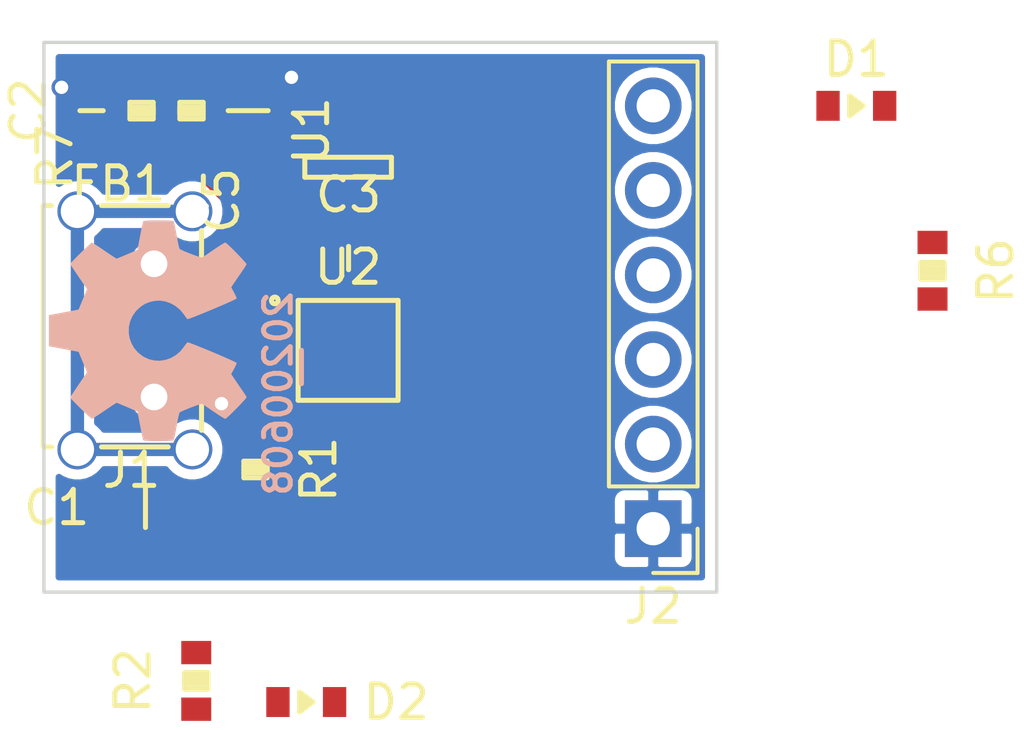
<source format=kicad_pcb>
(kicad_pcb (version 20171130) (host pcbnew 5.1.6-c6e7f7d~86~ubuntu19.10.1)

  (general
    (thickness 1.6)
    (drawings 4)
    (tracks 69)
    (zones 0)
    (modules 17)
    (nets 17)
  )

  (page A4)
  (layers
    (0 F.Cu signal)
    (31 B.Cu signal)
    (32 B.Adhes user)
    (33 F.Adhes user)
    (34 B.Paste user)
    (35 F.Paste user)
    (36 B.SilkS user)
    (37 F.SilkS user)
    (38 B.Mask user)
    (39 F.Mask user)
    (40 Dwgs.User user)
    (41 Cmts.User user)
    (42 Eco1.User user)
    (43 Eco2.User user)
    (44 Edge.Cuts user)
    (45 Margin user)
    (46 B.CrtYd user)
    (47 F.CrtYd user)
    (48 B.Fab user)
    (49 F.Fab user)
  )

  (setup
    (last_trace_width 0.6)
    (user_trace_width 0.1524)
    (user_trace_width 0.2)
    (user_trace_width 0.3)
    (user_trace_width 0.4)
    (user_trace_width 0.6)
    (user_trace_width 1)
    (user_trace_width 1.5)
    (user_trace_width 2)
    (trace_clearance 0.1524)
    (zone_clearance 0.508)
    (zone_45_only no)
    (trace_min 0.1524)
    (via_size 0.381)
    (via_drill 0.254)
    (via_min_size 0.381)
    (via_min_drill 0.254)
    (user_via 0.4 0.254)
    (user_via 0.6 0.4)
    (user_via 0.8 0.6)
    (user_via 1 0.8)
    (user_via 1.3 1)
    (user_via 1.5 1.2)
    (user_via 1.7 1.4)
    (user_via 1.9 1.6)
    (uvia_size 0.381)
    (uvia_drill 0.254)
    (uvias_allowed no)
    (uvia_min_size 0.381)
    (uvia_min_drill 0.254)
    (edge_width 0.15)
    (segment_width 0.2)
    (pcb_text_width 0.3)
    (pcb_text_size 1.5 1.5)
    (mod_edge_width 0.15)
    (mod_text_size 1 1)
    (mod_text_width 0.15)
    (pad_size 1.524 1.524)
    (pad_drill 0.762)
    (pad_to_mask_clearance 0.1)
    (solder_mask_min_width 0.05)
    (pad_to_paste_clearance_ratio -0.15)
    (aux_axis_origin 0 0)
    (visible_elements FFFFFF7F)
    (pcbplotparams
      (layerselection 0x010fc_ffffffff)
      (usegerberextensions true)
      (usegerberattributes false)
      (usegerberadvancedattributes false)
      (creategerberjobfile false)
      (excludeedgelayer true)
      (linewidth 0.100000)
      (plotframeref false)
      (viasonmask false)
      (mode 1)
      (useauxorigin false)
      (hpglpennumber 1)
      (hpglpenspeed 20)
      (hpglpendiameter 15.000000)
      (psnegative false)
      (psa4output false)
      (plotreference true)
      (plotvalue true)
      (plotinvisibletext false)
      (padsonsilk false)
      (subtractmaskfromsilk false)
      (outputformat 1)
      (mirror false)
      (drillshape 0)
      (scaleselection 1)
      (outputdirectory "OSH_Park_2_layer_plots"))
  )

  (net 0 "")
  (net 1 /VSS)
  (net 2 "Net-(C1-Pad1)")
  (net 3 /VBUS)
  (net 4 /VDD)
  (net 5 "Net-(J1-Pad4)")
  (net 6 /USB_DP)
  (net 7 /USB_DM)
  (net 8 /CTSI)
  (net 9 /TXO)
  (net 10 /RXI)
  (net 11 /RTSO)
  (net 12 "Net-(D1-Pad2)")
  (net 13 "Net-(FB1-Pad2)")
  (net 14 "Net-(D2-Pad2)")
  (net 15 /ACT)
  (net 16 /V3)

  (net_class Default "This is the default net class."
    (clearance 0.1524)
    (trace_width 0.1524)
    (via_dia 0.381)
    (via_drill 0.254)
    (uvia_dia 0.381)
    (uvia_drill 0.254)
    (add_net /ACT)
    (add_net /CTSI)
    (add_net /RTSO)
    (add_net /RXI)
    (add_net /TXO)
    (add_net /USB_DM)
    (add_net /USB_DP)
    (add_net /V3)
    (add_net /VBUS)
    (add_net /VDD)
    (add_net /VSS)
    (add_net "Net-(C1-Pad1)")
    (add_net "Net-(D1-Pad2)")
    (add_net "Net-(D2-Pad2)")
    (add_net "Net-(FB1-Pad2)")
    (add_net "Net-(J1-Pad4)")
  )

  (module SquantorRcl:C_0603 (layer F.Cu) (tedit 5D4422AA) (tstamp 5C9AEA58)
    (at 142.4 84.6 90)
    (descr "Capacitor SMD 0603, reflow soldering, AVX (see smccp.pdf)")
    (tags "capacitor 0603")
    (path /5C931872)
    (attr smd)
    (fp_text reference C2 (at 0 -1.9 90) (layer F.SilkS)
      (effects (font (size 1 1) (thickness 0.15)))
    )
    (fp_text value 100n (at 0 1.9 90) (layer F.Fab)
      (effects (font (size 1 1) (thickness 0.15)))
    )
    (fp_line (start -0.8 0.4) (end -0.8 -0.4) (layer F.Fab) (width 0.1))
    (fp_line (start 0.8 0.4) (end -0.8 0.4) (layer F.Fab) (width 0.1))
    (fp_line (start 0.8 -0.4) (end 0.8 0.4) (layer F.Fab) (width 0.1))
    (fp_line (start -0.8 -0.4) (end 0.8 -0.4) (layer F.Fab) (width 0.1))
    (fp_line (start -1.4 -0.7) (end 1.4 -0.7) (layer F.CrtYd) (width 0.05))
    (fp_line (start -1.4 0.7) (end 1.4 0.7) (layer F.CrtYd) (width 0.05))
    (fp_line (start -1.4 -0.7) (end -1.4 0.7) (layer F.CrtYd) (width 0.05))
    (fp_line (start 1.4 -0.7) (end 1.4 0.7) (layer F.CrtYd) (width 0.05))
    (fp_line (start 0 -0.35) (end 0 0.35) (layer F.SilkS) (width 0.15))
    (pad 2 smd rect (at 0.75 0 90) (size 0.8 0.9) (layers F.Cu F.Paste F.Mask)
      (net 1 /VSS))
    (pad 1 smd rect (at -0.75 0 90) (size 0.8 0.9) (layers F.Cu F.Paste F.Mask)
      (net 3 /VBUS))
    (model ${KISYS3DMOD}/Capacitor_SMD.3dshapes/C_0603_1608Metric.step
      (at (xyz 0 0 0))
      (scale (xyz 1 1 1))
      (rotate (xyz 0 0 0))
    )
  )

  (module Connector_PinHeader_2.54mm:PinHeader_1x06_P2.54mm_Vertical (layer F.Cu) (tedit 59FED5CC) (tstamp 5EDEB587)
    (at 159.258 97.155 180)
    (descr "Through hole straight pin header, 1x06, 2.54mm pitch, single row")
    (tags "Through hole pin header THT 1x06 2.54mm single row")
    (path /5C99F5E1)
    (fp_text reference J2 (at 0 -2.33) (layer F.SilkS)
      (effects (font (size 1 1) (thickness 0.15)))
    )
    (fp_text value FTDI_PINS_1X06_input (at 0 15.03) (layer F.Fab)
      (effects (font (size 1 1) (thickness 0.15)))
    )
    (fp_text user %R (at 0 6.35 90) (layer F.Fab)
      (effects (font (size 1 1) (thickness 0.15)))
    )
    (fp_line (start -0.635 -1.27) (end 1.27 -1.27) (layer F.Fab) (width 0.1))
    (fp_line (start 1.27 -1.27) (end 1.27 13.97) (layer F.Fab) (width 0.1))
    (fp_line (start 1.27 13.97) (end -1.27 13.97) (layer F.Fab) (width 0.1))
    (fp_line (start -1.27 13.97) (end -1.27 -0.635) (layer F.Fab) (width 0.1))
    (fp_line (start -1.27 -0.635) (end -0.635 -1.27) (layer F.Fab) (width 0.1))
    (fp_line (start -1.33 14.03) (end 1.33 14.03) (layer F.SilkS) (width 0.12))
    (fp_line (start -1.33 1.27) (end -1.33 14.03) (layer F.SilkS) (width 0.12))
    (fp_line (start 1.33 1.27) (end 1.33 14.03) (layer F.SilkS) (width 0.12))
    (fp_line (start -1.33 1.27) (end 1.33 1.27) (layer F.SilkS) (width 0.12))
    (fp_line (start -1.33 0) (end -1.33 -1.33) (layer F.SilkS) (width 0.12))
    (fp_line (start -1.33 -1.33) (end 0 -1.33) (layer F.SilkS) (width 0.12))
    (fp_line (start -1.8 -1.8) (end -1.8 14.5) (layer F.CrtYd) (width 0.05))
    (fp_line (start -1.8 14.5) (end 1.8 14.5) (layer F.CrtYd) (width 0.05))
    (fp_line (start 1.8 14.5) (end 1.8 -1.8) (layer F.CrtYd) (width 0.05))
    (fp_line (start 1.8 -1.8) (end -1.8 -1.8) (layer F.CrtYd) (width 0.05))
    (pad 6 thru_hole oval (at 0 12.7 180) (size 1.7 1.7) (drill 1) (layers *.Cu *.Mask)
      (net 11 /RTSO))
    (pad 5 thru_hole oval (at 0 10.16 180) (size 1.7 1.7) (drill 1) (layers *.Cu *.Mask)
      (net 10 /RXI))
    (pad 4 thru_hole oval (at 0 7.62 180) (size 1.7 1.7) (drill 1) (layers *.Cu *.Mask)
      (net 9 /TXO))
    (pad 3 thru_hole oval (at 0 5.08 180) (size 1.7 1.7) (drill 1) (layers *.Cu *.Mask)
      (net 4 /VDD))
    (pad 2 thru_hole oval (at 0 2.54 180) (size 1.7 1.7) (drill 1) (layers *.Cu *.Mask)
      (net 8 /CTSI))
    (pad 1 thru_hole rect (at 0 0 180) (size 1.7 1.7) (drill 1) (layers *.Cu *.Mask)
      (net 1 /VSS))
    (model ${KISYS3DMOD}/Connector_PinHeader_2.54mm.3dshapes/PinHeader_1x06_P2.54mm_Vertical.wrl
      (at (xyz 0 0 0))
      (scale (xyz 1 1 1))
      (rotate (xyz 0 0 0))
    )
  )

  (module SquantorIC:MSOP-10 (layer F.Cu) (tedit 5C993A76) (tstamp 5EDD658C)
    (at 150.1 91.8)
    (path /5EDDAB79)
    (fp_text reference U2 (at 0 -2.5) (layer F.SilkS)
      (effects (font (size 1 1) (thickness 0.15)))
    )
    (fp_text value CH340E (at 0 2.6) (layer F.Fab)
      (effects (font (size 1 1) (thickness 0.15)))
    )
    (fp_line (start -3 1.8) (end -3 -1.8) (layer F.CrtYd) (width 0.05))
    (fp_line (start 3 1.8) (end -3 1.8) (layer F.CrtYd) (width 0.05))
    (fp_line (start 3 -1.8) (end 3 1.8) (layer F.CrtYd) (width 0.05))
    (fp_line (start -3 -1.8) (end 3 -1.8) (layer F.CrtYd) (width 0.05))
    (fp_circle (center -2.2 -1.5) (end -2.1 -1.5) (layer F.SilkS) (width 0.15))
    (fp_line (start -1.5 1.05) (end -2.5 1.05) (layer F.Fab) (width 0.1))
    (fp_line (start -2.5 0.95) (end -1.5 0.95) (layer F.Fab) (width 0.1))
    (fp_line (start -2.5 1.05) (end -2.5 0.95) (layer F.Fab) (width 0.1))
    (fp_line (start -1.5 0.55) (end -2.5 0.55) (layer F.Fab) (width 0.1))
    (fp_line (start -2.5 0.55) (end -2.5 0.45) (layer F.Fab) (width 0.1))
    (fp_line (start -2.5 0.45) (end -1.5 0.45) (layer F.Fab) (width 0.1))
    (fp_line (start -2.5 -1.05) (end -1.5 -1.05) (layer F.Fab) (width 0.1))
    (fp_line (start -1.5 -0.95) (end -2.5 -0.95) (layer F.Fab) (width 0.1))
    (fp_line (start -2.5 -0.95) (end -2.5 -1.05) (layer F.Fab) (width 0.1))
    (fp_line (start -2.5 -0.45) (end -2.5 -0.55) (layer F.Fab) (width 0.1))
    (fp_line (start -1.5 -0.45) (end -2.5 -0.45) (layer F.Fab) (width 0.1))
    (fp_line (start -2.5 -0.55) (end -1.5 -0.55) (layer F.Fab) (width 0.1))
    (fp_line (start -2.5 0.05) (end -2.5 -0.05) (layer F.Fab) (width 0.1))
    (fp_line (start -1.5 0.05) (end -2.5 0.05) (layer F.Fab) (width 0.1))
    (fp_line (start -2.5 -0.05) (end -1.5 -0.05) (layer F.Fab) (width 0.1))
    (fp_line (start 2.5 1.05) (end 1.5 1.05) (layer F.Fab) (width 0.1))
    (fp_line (start 2.5 0.95) (end 2.5 1.05) (layer F.Fab) (width 0.1))
    (fp_line (start 1.5 0.95) (end 2.5 0.95) (layer F.Fab) (width 0.1))
    (fp_line (start 2.5 0.45) (end 2.5 0.55) (layer F.Fab) (width 0.1))
    (fp_line (start 1.5 0.45) (end 2.5 0.45) (layer F.Fab) (width 0.1))
    (fp_line (start 2.5 0.55) (end 1.5 0.55) (layer F.Fab) (width 0.1))
    (fp_line (start 1.5 -1.05) (end 2.5 -1.05) (layer F.Fab) (width 0.1))
    (fp_line (start 2.5 -1.05) (end 2.5 -0.95) (layer F.Fab) (width 0.1))
    (fp_line (start 2.5 -0.95) (end 1.5 -0.95) (layer F.Fab) (width 0.1))
    (fp_line (start 1.5 -0.55) (end 2.5 -0.55) (layer F.Fab) (width 0.1))
    (fp_line (start 2.5 -0.45) (end 1.5 -0.45) (layer F.Fab) (width 0.1))
    (fp_line (start 2.5 -0.55) (end 2.5 -0.45) (layer F.Fab) (width 0.1))
    (fp_line (start -1.5 -1.5) (end 1.5 -1.5) (layer F.SilkS) (width 0.15))
    (fp_line (start 1.5 -1.5) (end 1.5 1.5) (layer F.SilkS) (width 0.15))
    (fp_line (start 1.5 1.5) (end -1.5 1.5) (layer F.SilkS) (width 0.15))
    (fp_line (start -1.5 1.5) (end -1.5 -1.5) (layer F.SilkS) (width 0.15))
    (fp_line (start 1.5 -0.05) (end 2.5 -0.05) (layer F.Fab) (width 0.1))
    (fp_line (start 2.5 -0.05) (end 2.5 0.05) (layer F.Fab) (width 0.1))
    (fp_line (start 2.5 0.05) (end 1.5 0.05) (layer F.Fab) (width 0.1))
    (pad 10 smd rect (at 2.3 -1) (size 0.8 0.3) (layers F.Cu F.Paste F.Mask)
      (net 16 /V3))
    (pad 9 smd rect (at 2.3 -0.5) (size 0.8 0.3) (layers F.Cu F.Paste F.Mask)
      (net 10 /RXI))
    (pad 8 smd rect (at 2.3 0) (size 0.8 0.3) (layers F.Cu F.Paste F.Mask)
      (net 9 /TXO))
    (pad 7 smd rect (at 2.3 0.5) (size 0.8 0.3) (layers F.Cu F.Paste F.Mask)
      (net 16 /V3))
    (pad 6 smd rect (at 2.3 1) (size 0.8 0.3) (layers F.Cu F.Paste F.Mask)
      (net 15 /ACT))
    (pad 5 smd rect (at -2.3 1) (size 0.8 0.3) (layers F.Cu F.Paste F.Mask)
      (net 8 /CTSI))
    (pad 4 smd rect (at -2.3 0.5) (size 0.8 0.3) (layers F.Cu F.Paste F.Mask)
      (net 11 /RTSO))
    (pad 3 smd rect (at -2.3 0) (size 0.8 0.3) (layers F.Cu F.Paste F.Mask)
      (net 1 /VSS))
    (pad 2 smd rect (at -2.3 -0.5) (size 0.8 0.3) (layers F.Cu F.Paste F.Mask)
      (net 7 /USB_DM))
    (pad 1 smd rect (at -2.3 -1) (size 0.8 0.3) (layers F.Cu F.Paste F.Mask)
      (net 6 /USB_DP))
  )

  (module SquantorRcl:R_0603_hand (layer F.Cu) (tedit 5D440259) (tstamp 5C9AEAD0)
    (at 167.64 89.408 270)
    (descr "Resistor SMD 0603, reflow soldering, Vishay (see dcrcw.pdf)")
    (tags "resistor 0603")
    (path /5CA52544)
    (attr smd)
    (fp_text reference R6 (at 0 -1.9 90) (layer F.SilkS)
      (effects (font (size 1 1) (thickness 0.15)))
    )
    (fp_text value 1K (at 0 1.9 90) (layer F.Fab)
      (effects (font (size 1 1) (thickness 0.15)))
    )
    (fp_line (start 0 0.35) (end 0 -0.35) (layer F.SilkS) (width 0.15))
    (fp_line (start 0.1 -0.35) (end 0.1 0.35) (layer F.SilkS) (width 0.15))
    (fp_line (start -0.1 -0.35) (end 0.1 -0.35) (layer F.SilkS) (width 0.15))
    (fp_line (start -0.1 0.35) (end -0.1 -0.35) (layer F.SilkS) (width 0.15))
    (fp_line (start 0.25 0.35) (end -0.25 0.35) (layer F.SilkS) (width 0.15))
    (fp_line (start -0.25 -0.35) (end 0.25 -0.35) (layer F.SilkS) (width 0.15))
    (fp_line (start -0.25 0.35) (end -0.25 -0.35) (layer F.SilkS) (width 0.15))
    (fp_line (start 0.25 -0.35) (end 0.25 0.35) (layer F.SilkS) (width 0.15))
    (fp_line (start 1.45 -0.75) (end 1.45 0.75) (layer F.CrtYd) (width 0.05))
    (fp_line (start -1.45 -0.75) (end -1.45 0.75) (layer F.CrtYd) (width 0.05))
    (fp_line (start -1.45 0.75) (end 1.45 0.75) (layer F.CrtYd) (width 0.05))
    (fp_line (start -1.45 -0.75) (end 1.45 -0.75) (layer F.CrtYd) (width 0.05))
    (fp_line (start -0.8 -0.4) (end 0.8 -0.4) (layer F.Fab) (width 0.1))
    (fp_line (start 0.8 -0.4) (end 0.8 0.4) (layer F.Fab) (width 0.1))
    (fp_line (start 0.8 0.4) (end -0.8 0.4) (layer F.Fab) (width 0.1))
    (fp_line (start -0.8 0.4) (end -0.8 -0.4) (layer F.Fab) (width 0.1))
    (pad 2 smd rect (at 0.85 0 270) (size 0.7 0.9) (layers F.Cu F.Paste F.Mask)
      (net 4 /VDD))
    (pad 1 smd rect (at -0.85 0 270) (size 0.7 0.9) (layers F.Cu F.Paste F.Mask)
      (net 12 "Net-(D1-Pad2)"))
    (model ${KISYS3DMOD}/Resistor_SMD.3dshapes/R_0603_1608Metric.step
      (at (xyz 0 0 0))
      (scale (xyz 1 1 1))
      (rotate (xyz 0 0 0))
    )
  )

  (module SquantorRcl:R_0603_hand (layer F.Cu) (tedit 5D440259) (tstamp 5CA2367B)
    (at 145.542 101.727 90)
    (descr "Resistor SMD 0603, reflow soldering, Vishay (see dcrcw.pdf)")
    (tags "resistor 0603")
    (path /5CA5FAB5)
    (attr smd)
    (fp_text reference R2 (at 0 -1.9 90) (layer F.SilkS)
      (effects (font (size 1 1) (thickness 0.15)))
    )
    (fp_text value 1K (at 0 1.9 90) (layer F.Fab)
      (effects (font (size 1 1) (thickness 0.15)))
    )
    (fp_line (start 0 0.35) (end 0 -0.35) (layer F.SilkS) (width 0.15))
    (fp_line (start 0.1 -0.35) (end 0.1 0.35) (layer F.SilkS) (width 0.15))
    (fp_line (start -0.1 -0.35) (end 0.1 -0.35) (layer F.SilkS) (width 0.15))
    (fp_line (start -0.1 0.35) (end -0.1 -0.35) (layer F.SilkS) (width 0.15))
    (fp_line (start 0.25 0.35) (end -0.25 0.35) (layer F.SilkS) (width 0.15))
    (fp_line (start -0.25 -0.35) (end 0.25 -0.35) (layer F.SilkS) (width 0.15))
    (fp_line (start -0.25 0.35) (end -0.25 -0.35) (layer F.SilkS) (width 0.15))
    (fp_line (start 0.25 -0.35) (end 0.25 0.35) (layer F.SilkS) (width 0.15))
    (fp_line (start 1.45 -0.75) (end 1.45 0.75) (layer F.CrtYd) (width 0.05))
    (fp_line (start -1.45 -0.75) (end -1.45 0.75) (layer F.CrtYd) (width 0.05))
    (fp_line (start -1.45 0.75) (end 1.45 0.75) (layer F.CrtYd) (width 0.05))
    (fp_line (start -1.45 -0.75) (end 1.45 -0.75) (layer F.CrtYd) (width 0.05))
    (fp_line (start -0.8 -0.4) (end 0.8 -0.4) (layer F.Fab) (width 0.1))
    (fp_line (start 0.8 -0.4) (end 0.8 0.4) (layer F.Fab) (width 0.1))
    (fp_line (start 0.8 0.4) (end -0.8 0.4) (layer F.Fab) (width 0.1))
    (fp_line (start -0.8 0.4) (end -0.8 -0.4) (layer F.Fab) (width 0.1))
    (pad 2 smd rect (at 0.85 0 90) (size 0.7 0.9) (layers F.Cu F.Paste F.Mask)
      (net 15 /ACT))
    (pad 1 smd rect (at -0.85 0 90) (size 0.7 0.9) (layers F.Cu F.Paste F.Mask)
      (net 14 "Net-(D2-Pad2)"))
    (model ${KISYS3DMOD}/Resistor_SMD.3dshapes/R_0603_1608Metric.step
      (at (xyz 0 0 0))
      (scale (xyz 1 1 1))
      (rotate (xyz 0 0 0))
    )
  )

  (module SquantorRcl:R_0603_hand (layer F.Cu) (tedit 5D440259) (tstamp 5C9AEAA3)
    (at 147.32 95.377 270)
    (descr "Resistor SMD 0603, reflow soldering, Vishay (see dcrcw.pdf)")
    (tags "resistor 0603")
    (path /5C92C64E)
    (attr smd)
    (fp_text reference R1 (at 0 -1.9 90) (layer F.SilkS)
      (effects (font (size 1 1) (thickness 0.15)))
    )
    (fp_text value 0 (at 0 1.9 90) (layer F.Fab)
      (effects (font (size 1 1) (thickness 0.15)))
    )
    (fp_line (start 0 0.35) (end 0 -0.35) (layer F.SilkS) (width 0.15))
    (fp_line (start 0.1 -0.35) (end 0.1 0.35) (layer F.SilkS) (width 0.15))
    (fp_line (start -0.1 -0.35) (end 0.1 -0.35) (layer F.SilkS) (width 0.15))
    (fp_line (start -0.1 0.35) (end -0.1 -0.35) (layer F.SilkS) (width 0.15))
    (fp_line (start 0.25 0.35) (end -0.25 0.35) (layer F.SilkS) (width 0.15))
    (fp_line (start -0.25 -0.35) (end 0.25 -0.35) (layer F.SilkS) (width 0.15))
    (fp_line (start -0.25 0.35) (end -0.25 -0.35) (layer F.SilkS) (width 0.15))
    (fp_line (start 0.25 -0.35) (end 0.25 0.35) (layer F.SilkS) (width 0.15))
    (fp_line (start 1.45 -0.75) (end 1.45 0.75) (layer F.CrtYd) (width 0.05))
    (fp_line (start -1.45 -0.75) (end -1.45 0.75) (layer F.CrtYd) (width 0.05))
    (fp_line (start -1.45 0.75) (end 1.45 0.75) (layer F.CrtYd) (width 0.05))
    (fp_line (start -1.45 -0.75) (end 1.45 -0.75) (layer F.CrtYd) (width 0.05))
    (fp_line (start -0.8 -0.4) (end 0.8 -0.4) (layer F.Fab) (width 0.1))
    (fp_line (start 0.8 -0.4) (end 0.8 0.4) (layer F.Fab) (width 0.1))
    (fp_line (start 0.8 0.4) (end -0.8 0.4) (layer F.Fab) (width 0.1))
    (fp_line (start -0.8 0.4) (end -0.8 -0.4) (layer F.Fab) (width 0.1))
    (pad 2 smd rect (at 0.85 0 270) (size 0.7 0.9) (layers F.Cu F.Paste F.Mask)
      (net 1 /VSS))
    (pad 1 smd rect (at -0.85 0 270) (size 0.7 0.9) (layers F.Cu F.Paste F.Mask)
      (net 5 "Net-(J1-Pad4)"))
    (model ${KISYS3DMOD}/Resistor_SMD.3dshapes/R_0603_1608Metric.step
      (at (xyz 0 0 0))
      (scale (xyz 1 1 1))
      (rotate (xyz 0 0 0))
    )
  )

  (module SquantorLabels:Label_Generic (layer B.Cu) (tedit 5D8A7D4C) (tstamp 5C99BF8B)
    (at 148.1 92.3 270)
    (descr "Label for general purpose use")
    (tags Label)
    (path /5A1357A5)
    (attr smd)
    (fp_text reference N2 (at 0 -1.85 90) (layer B.Fab) hide
      (effects (font (size 1 1) (thickness 0.15)) (justify mirror))
    )
    (fp_text value 20200608 (at 0.8 0.1 90) (layer B.SilkS)
      (effects (font (size 0.8 0.8) (thickness 0.15)) (justify mirror))
    )
    (fp_line (start -0.5 -0.6) (end 0.5 -0.6) (layer B.SilkS) (width 0.15))
  )

  (module Symbol:OSHW-Symbol_6.7x6mm_SilkScreen (layer B.Cu) (tedit 0) (tstamp 5CA1EFC0)
    (at 144.1 91.2 270)
    (descr "Open Source Hardware Symbol")
    (tags "Logo Symbol OSHW")
    (path /5A135869)
    (attr virtual)
    (fp_text reference N1 (at 0 0 90) (layer B.SilkS) hide
      (effects (font (size 1 1) (thickness 0.15)) (justify mirror))
    )
    (fp_text value OHWLOGO (at 0.75 0 90) (layer B.Fab) hide
      (effects (font (size 1 1) (thickness 0.15)) (justify mirror))
    )
    (fp_poly (pts (xy 0.555814 2.531069) (xy 0.639635 2.086445) (xy 0.94892 1.958947) (xy 1.258206 1.831449)
      (xy 1.629246 2.083754) (xy 1.733157 2.154004) (xy 1.827087 2.216728) (xy 1.906652 2.269062)
      (xy 1.96747 2.308143) (xy 2.005157 2.331107) (xy 2.015421 2.336058) (xy 2.03391 2.323324)
      (xy 2.07342 2.288118) (xy 2.129522 2.234938) (xy 2.197787 2.168282) (xy 2.273786 2.092646)
      (xy 2.353092 2.012528) (xy 2.431275 1.932426) (xy 2.503907 1.856836) (xy 2.566559 1.790255)
      (xy 2.614803 1.737182) (xy 2.64421 1.702113) (xy 2.651241 1.690377) (xy 2.641123 1.66874)
      (xy 2.612759 1.621338) (xy 2.569129 1.552807) (xy 2.513218 1.467785) (xy 2.448006 1.370907)
      (xy 2.410219 1.31565) (xy 2.341343 1.214752) (xy 2.28014 1.123701) (xy 2.229578 1.04703)
      (xy 2.192628 0.989272) (xy 2.172258 0.954957) (xy 2.169197 0.947746) (xy 2.176136 0.927252)
      (xy 2.195051 0.879487) (xy 2.223087 0.811168) (xy 2.257391 0.729011) (xy 2.295109 0.63973)
      (xy 2.333387 0.550042) (xy 2.36937 0.466662) (xy 2.400206 0.396306) (xy 2.423039 0.34569)
      (xy 2.435017 0.321529) (xy 2.435724 0.320578) (xy 2.454531 0.315964) (xy 2.504618 0.305672)
      (xy 2.580793 0.290713) (xy 2.677865 0.272099) (xy 2.790643 0.250841) (xy 2.856442 0.238582)
      (xy 2.97695 0.215638) (xy 3.085797 0.193805) (xy 3.177476 0.174278) (xy 3.246481 0.158252)
      (xy 3.287304 0.146921) (xy 3.295511 0.143326) (xy 3.303548 0.118994) (xy 3.310033 0.064041)
      (xy 3.31497 -0.015108) (xy 3.318364 -0.112026) (xy 3.320218 -0.220287) (xy 3.320538 -0.333465)
      (xy 3.319327 -0.445135) (xy 3.31659 -0.548868) (xy 3.312331 -0.638241) (xy 3.306555 -0.706826)
      (xy 3.299267 -0.748197) (xy 3.294895 -0.75681) (xy 3.268764 -0.767133) (xy 3.213393 -0.781892)
      (xy 3.136107 -0.799352) (xy 3.04423 -0.81778) (xy 3.012158 -0.823741) (xy 2.857524 -0.852066)
      (xy 2.735375 -0.874876) (xy 2.641673 -0.89308) (xy 2.572384 -0.907583) (xy 2.523471 -0.919292)
      (xy 2.490897 -0.929115) (xy 2.470628 -0.937956) (xy 2.458626 -0.946724) (xy 2.456947 -0.948457)
      (xy 2.440184 -0.976371) (xy 2.414614 -1.030695) (xy 2.382788 -1.104777) (xy 2.34726 -1.191965)
      (xy 2.310583 -1.285608) (xy 2.275311 -1.379052) (xy 2.243996 -1.465647) (xy 2.219193 -1.53874)
      (xy 2.203454 -1.591678) (xy 2.199332 -1.617811) (xy 2.199676 -1.618726) (xy 2.213641 -1.640086)
      (xy 2.245322 -1.687084) (xy 2.291391 -1.754827) (xy 2.348518 -1.838423) (xy 2.413373 -1.932982)
      (xy 2.431843 -1.959854) (xy 2.497699 -2.057275) (xy 2.55565 -2.146163) (xy 2.602538 -2.221412)
      (xy 2.635207 -2.27792) (xy 2.6505 -2.310581) (xy 2.651241 -2.314593) (xy 2.638392 -2.335684)
      (xy 2.602888 -2.377464) (xy 2.549293 -2.435445) (xy 2.482171 -2.505135) (xy 2.406087 -2.582045)
      (xy 2.325604 -2.661683) (xy 2.245287 -2.739561) (xy 2.169699 -2.811186) (xy 2.103405 -2.87207)
      (xy 2.050969 -2.917721) (xy 2.016955 -2.94365) (xy 2.007545 -2.947883) (xy 1.985643 -2.937912)
      (xy 1.9408 -2.91102) (xy 1.880321 -2.871736) (xy 1.833789 -2.840117) (xy 1.749475 -2.782098)
      (xy 1.649626 -2.713784) (xy 1.549473 -2.645579) (xy 1.495627 -2.609075) (xy 1.313371 -2.4858)
      (xy 1.160381 -2.56852) (xy 1.090682 -2.604759) (xy 1.031414 -2.632926) (xy 0.991311 -2.648991)
      (xy 0.981103 -2.651226) (xy 0.968829 -2.634722) (xy 0.944613 -2.588082) (xy 0.910263 -2.515609)
      (xy 0.867588 -2.421606) (xy 0.818394 -2.310374) (xy 0.76449 -2.186215) (xy 0.707684 -2.053432)
      (xy 0.649782 -1.916327) (xy 0.592593 -1.779202) (xy 0.537924 -1.646358) (xy 0.487584 -1.522098)
      (xy 0.44338 -1.410725) (xy 0.407119 -1.316539) (xy 0.380609 -1.243844) (xy 0.365658 -1.196941)
      (xy 0.363254 -1.180833) (xy 0.382311 -1.160286) (xy 0.424036 -1.126933) (xy 0.479706 -1.087702)
      (xy 0.484378 -1.084599) (xy 0.628264 -0.969423) (xy 0.744283 -0.835053) (xy 0.83143 -0.685784)
      (xy 0.888699 -0.525913) (xy 0.915086 -0.359737) (xy 0.909585 -0.191552) (xy 0.87119 -0.025655)
      (xy 0.798895 0.133658) (xy 0.777626 0.168513) (xy 0.666996 0.309263) (xy 0.536302 0.422286)
      (xy 0.390064 0.506997) (xy 0.232808 0.562806) (xy 0.069057 0.589126) (xy -0.096667 0.58537)
      (xy -0.259838 0.55095) (xy -0.415935 0.485277) (xy -0.560433 0.387765) (xy -0.605131 0.348187)
      (xy -0.718888 0.224297) (xy -0.801782 0.093876) (xy -0.858644 -0.052315) (xy -0.890313 -0.197088)
      (xy -0.898131 -0.35986) (xy -0.872062 -0.52344) (xy -0.814755 -0.682298) (xy -0.728856 -0.830906)
      (xy -0.617014 -0.963735) (xy -0.481877 -1.075256) (xy -0.464117 -1.087011) (xy -0.40785 -1.125508)
      (xy -0.365077 -1.158863) (xy -0.344628 -1.18016) (xy -0.344331 -1.180833) (xy -0.348721 -1.203871)
      (xy -0.366124 -1.256157) (xy -0.394732 -1.33339) (xy -0.432735 -1.431268) (xy -0.478326 -1.545491)
      (xy -0.529697 -1.671758) (xy -0.585038 -1.805767) (xy -0.642542 -1.943218) (xy -0.700399 -2.079808)
      (xy -0.756802 -2.211237) (xy -0.809942 -2.333205) (xy -0.85801 -2.441409) (xy -0.899199 -2.531549)
      (xy -0.931699 -2.599323) (xy -0.953703 -2.64043) (xy -0.962564 -2.651226) (xy -0.98964 -2.642819)
      (xy -1.040303 -2.620272) (xy -1.105817 -2.587613) (xy -1.141841 -2.56852) (xy -1.294832 -2.4858)
      (xy -1.477088 -2.609075) (xy -1.570125 -2.672228) (xy -1.671985 -2.741727) (xy -1.767438 -2.807165)
      (xy -1.81525 -2.840117) (xy -1.882495 -2.885273) (xy -1.939436 -2.921057) (xy -1.978646 -2.942938)
      (xy -1.991381 -2.947563) (xy -2.009917 -2.935085) (xy -2.050941 -2.900252) (xy -2.110475 -2.846678)
      (xy -2.184542 -2.777983) (xy -2.269165 -2.697781) (xy -2.322685 -2.646286) (xy -2.416319 -2.554286)
      (xy -2.497241 -2.471999) (xy -2.562177 -2.402945) (xy -2.607858 -2.350644) (xy -2.631011 -2.318616)
      (xy -2.633232 -2.312116) (xy -2.622924 -2.287394) (xy -2.594439 -2.237405) (xy -2.550937 -2.167212)
      (xy -2.495577 -2.081875) (xy -2.43152 -1.986456) (xy -2.413303 -1.959854) (xy -2.346927 -1.863167)
      (xy -2.287378 -1.776117) (xy -2.237984 -1.703595) (xy -2.202075 -1.650493) (xy -2.182981 -1.621703)
      (xy -2.181136 -1.618726) (xy -2.183895 -1.595782) (xy -2.198538 -1.545336) (xy -2.222513 -1.474041)
      (xy -2.253266 -1.388547) (xy -2.288244 -1.295507) (xy -2.324893 -1.201574) (xy -2.360661 -1.113399)
      (xy -2.392994 -1.037634) (xy -2.419338 -0.980931) (xy -2.437142 -0.949943) (xy -2.438407 -0.948457)
      (xy -2.449294 -0.939601) (xy -2.467682 -0.930843) (xy -2.497606 -0.921277) (xy -2.543103 -0.909996)
      (xy -2.608209 -0.896093) (xy -2.696961 -0.878663) (xy -2.813393 -0.856798) (xy -2.961542 -0.829591)
      (xy -2.993618 -0.823741) (xy -3.088686 -0.805374) (xy -3.171565 -0.787405) (xy -3.23493 -0.771569)
      (xy -3.271458 -0.7596) (xy -3.276356 -0.75681) (xy -3.284427 -0.732072) (xy -3.290987 -0.67679)
      (xy -3.296033 -0.597389) (xy -3.299559 -0.500296) (xy -3.301561 -0.391938) (xy -3.302036 -0.27874)
      (xy -3.300977 -0.167128) (xy -3.298382 -0.063529) (xy -3.294246 0.025632) (xy -3.288563 0.093928)
      (xy -3.281331 0.134934) (xy -3.276971 0.143326) (xy -3.252698 0.151792) (xy -3.197426 0.165565)
      (xy -3.116662 0.18345) (xy -3.015912 0.204252) (xy -2.900683 0.226777) (xy -2.837902 0.238582)
      (xy -2.718787 0.260849) (xy -2.612565 0.281021) (xy -2.524427 0.298085) (xy -2.459566 0.311031)
      (xy -2.423174 0.318845) (xy -2.417184 0.320578) (xy -2.407061 0.34011) (xy -2.385662 0.387157)
      (xy -2.355839 0.454997) (xy -2.320445 0.536909) (xy -2.282332 0.626172) (xy -2.244353 0.716065)
      (xy -2.20936 0.799865) (xy -2.180206 0.870853) (xy -2.159743 0.922306) (xy -2.150823 0.947503)
      (xy -2.150657 0.948604) (xy -2.160769 0.968481) (xy -2.189117 1.014223) (xy -2.232723 1.081283)
      (xy -2.288606 1.165116) (xy -2.353787 1.261174) (xy -2.391679 1.31635) (xy -2.460725 1.417519)
      (xy -2.52205 1.50937) (xy -2.572663 1.587256) (xy -2.609571 1.646531) (xy -2.629782 1.682549)
      (xy -2.632701 1.690623) (xy -2.620153 1.709416) (xy -2.585463 1.749543) (xy -2.533063 1.806507)
      (xy -2.467384 1.875815) (xy -2.392856 1.952969) (xy -2.313913 2.033475) (xy -2.234983 2.112837)
      (xy -2.1605 2.18656) (xy -2.094894 2.250148) (xy -2.042596 2.299106) (xy -2.008039 2.328939)
      (xy -1.996478 2.336058) (xy -1.977654 2.326047) (xy -1.932631 2.297922) (xy -1.865787 2.254546)
      (xy -1.781499 2.198782) (xy -1.684144 2.133494) (xy -1.610707 2.083754) (xy -1.239667 1.831449)
      (xy -0.621095 2.086445) (xy -0.537275 2.531069) (xy -0.453454 2.975693) (xy 0.471994 2.975693)
      (xy 0.555814 2.531069)) (layer B.SilkS) (width 0.01))
  )

  (module SquantorRcl:C_0603 (layer F.Cu) (tedit 5D4422AA) (tstamp 5EDD63B0)
    (at 150.114 89.027)
    (descr "Capacitor SMD 0603, reflow soldering, AVX (see smccp.pdf)")
    (tags "capacitor 0603")
    (path /5EDDAB73)
    (attr smd)
    (fp_text reference C3 (at 0 -1.9) (layer F.SilkS)
      (effects (font (size 1 1) (thickness 0.15)))
    )
    (fp_text value 1u (at 0 1.9) (layer F.Fab)
      (effects (font (size 1 1) (thickness 0.15)))
    )
    (fp_line (start 0 -0.35) (end 0 0.35) (layer F.SilkS) (width 0.15))
    (fp_line (start 1.4 -0.7) (end 1.4 0.7) (layer F.CrtYd) (width 0.05))
    (fp_line (start -1.4 -0.7) (end -1.4 0.7) (layer F.CrtYd) (width 0.05))
    (fp_line (start -1.4 0.7) (end 1.4 0.7) (layer F.CrtYd) (width 0.05))
    (fp_line (start -1.4 -0.7) (end 1.4 -0.7) (layer F.CrtYd) (width 0.05))
    (fp_line (start -0.8 -0.4) (end 0.8 -0.4) (layer F.Fab) (width 0.1))
    (fp_line (start 0.8 -0.4) (end 0.8 0.4) (layer F.Fab) (width 0.1))
    (fp_line (start 0.8 0.4) (end -0.8 0.4) (layer F.Fab) (width 0.1))
    (fp_line (start -0.8 0.4) (end -0.8 -0.4) (layer F.Fab) (width 0.1))
    (pad 2 smd rect (at 0.75 0) (size 0.8 0.9) (layers F.Cu F.Paste F.Mask)
      (net 16 /V3))
    (pad 1 smd rect (at -0.75 0) (size 0.8 0.9) (layers F.Cu F.Paste F.Mask)
      (net 1 /VSS))
    (model ${KISYS3DMOD}/Capacitor_SMD.3dshapes/C_0603_1608Metric.step
      (at (xyz 0 0 0))
      (scale (xyz 1 1 1))
      (rotate (xyz 0 0 0))
    )
  )

  (module SquantorRcl:C_0805 (layer F.Cu) (tedit 5D87C73D) (tstamp 5C99AAB6)
    (at 144.018 96.52)
    (descr "Capacitor SMD 0805, reflow soldering, AVX (see smccp.pdf)")
    (tags "capacitor 0805")
    (path /5C92E663)
    (attr smd)
    (fp_text reference C1 (at -2.667 0) (layer F.SilkS)
      (effects (font (size 1 1) (thickness 0.15)))
    )
    (fp_text value 100n (at 0 1.7) (layer F.Fab)
      (effects (font (size 1 1) (thickness 0.15)))
    )
    (fp_line (start 0 -0.6) (end 0 0.6) (layer F.SilkS) (width 0.15))
    (fp_line (start 1.75 -0.95) (end 1.75 0.95) (layer F.CrtYd) (width 0.05))
    (fp_line (start -1.75 -0.95) (end -1.75 0.95) (layer F.CrtYd) (width 0.05))
    (fp_line (start -1.75 0.95) (end 1.75 0.95) (layer F.CrtYd) (width 0.05))
    (fp_line (start -1.75 -0.95) (end 1.75 -0.95) (layer F.CrtYd) (width 0.05))
    (fp_line (start -0.9 -0.625) (end 0.9 -0.625) (layer F.Fab) (width 0.1))
    (fp_line (start 0.9 -0.625) (end 0.9 0.625) (layer F.Fab) (width 0.1))
    (fp_line (start 0.9 0.625) (end -0.9 0.625) (layer F.Fab) (width 0.1))
    (fp_line (start -0.9 0.625) (end -0.9 -0.625) (layer F.Fab) (width 0.1))
    (pad 2 smd rect (at 1 0) (size 1 1.35) (layers F.Cu F.Paste F.Mask)
      (net 1 /VSS))
    (pad 1 smd rect (at -1 0) (size 1 1.35) (layers F.Cu F.Paste F.Mask)
      (net 2 "Net-(C1-Pad1)"))
    (model ${KISYS3DMOD}/Capacitor_SMD.3dshapes/C_0805_2012Metric.step
      (at (xyz 0 0 0))
      (scale (xyz 1 1 1))
      (rotate (xyz 0 0 0))
    )
  )

  (module SquantorRcl:C_0805 (layer F.Cu) (tedit 5D87C73D) (tstamp 5C99AAF6)
    (at 147.1 84.6 90)
    (descr "Capacitor SMD 0805, reflow soldering, AVX (see smccp.pdf)")
    (tags "capacitor 0805")
    (path /5C9348E3)
    (attr smd)
    (fp_text reference C5 (at -2.7 -0.8 90) (layer F.SilkS)
      (effects (font (size 1 1) (thickness 0.15)))
    )
    (fp_text value 10u (at -2.6 -0.8 90) (layer F.Fab)
      (effects (font (size 1 1) (thickness 0.15)))
    )
    (fp_line (start 0 -0.6) (end 0 0.6) (layer F.SilkS) (width 0.15))
    (fp_line (start 1.75 -0.95) (end 1.75 0.95) (layer F.CrtYd) (width 0.05))
    (fp_line (start -1.75 -0.95) (end -1.75 0.95) (layer F.CrtYd) (width 0.05))
    (fp_line (start -1.75 0.95) (end 1.75 0.95) (layer F.CrtYd) (width 0.05))
    (fp_line (start -1.75 -0.95) (end 1.75 -0.95) (layer F.CrtYd) (width 0.05))
    (fp_line (start -0.9 -0.625) (end 0.9 -0.625) (layer F.Fab) (width 0.1))
    (fp_line (start 0.9 -0.625) (end 0.9 0.625) (layer F.Fab) (width 0.1))
    (fp_line (start 0.9 0.625) (end -0.9 0.625) (layer F.Fab) (width 0.1))
    (fp_line (start -0.9 0.625) (end -0.9 -0.625) (layer F.Fab) (width 0.1))
    (pad 2 smd rect (at 1 0 90) (size 1 1.35) (layers F.Cu F.Paste F.Mask)
      (net 1 /VSS))
    (pad 1 smd rect (at -1 0 90) (size 1 1.35) (layers F.Cu F.Paste F.Mask)
      (net 4 /VDD))
    (model ${KISYS3DMOD}/Capacitor_SMD.3dshapes/C_0805_2012Metric.step
      (at (xyz 0 0 0))
      (scale (xyz 1 1 1))
      (rotate (xyz 0 0 0))
    )
  )

  (module SquantorRcl:R_0603_hand (layer F.Cu) (tedit 5D440259) (tstamp 5C99AB56)
    (at 145.4 84.6 90)
    (descr "Resistor SMD 0603, reflow soldering, Vishay (see dcrcw.pdf)")
    (tags "resistor 0603")
    (path /5C9338DB)
    (attr smd)
    (fp_text reference FB1 (at -2.2 -2.2 180) (layer F.SilkS)
      (effects (font (size 1 1) (thickness 0.15)))
    )
    (fp_text value 600 (at -2.2 -2.3 180) (layer F.Fab)
      (effects (font (size 1 1) (thickness 0.15)))
    )
    (fp_line (start 0 0.35) (end 0 -0.35) (layer F.SilkS) (width 0.15))
    (fp_line (start 0.1 -0.35) (end 0.1 0.35) (layer F.SilkS) (width 0.15))
    (fp_line (start -0.1 -0.35) (end 0.1 -0.35) (layer F.SilkS) (width 0.15))
    (fp_line (start -0.1 0.35) (end -0.1 -0.35) (layer F.SilkS) (width 0.15))
    (fp_line (start 0.25 0.35) (end -0.25 0.35) (layer F.SilkS) (width 0.15))
    (fp_line (start -0.25 -0.35) (end 0.25 -0.35) (layer F.SilkS) (width 0.15))
    (fp_line (start -0.25 0.35) (end -0.25 -0.35) (layer F.SilkS) (width 0.15))
    (fp_line (start 0.25 -0.35) (end 0.25 0.35) (layer F.SilkS) (width 0.15))
    (fp_line (start 1.45 -0.75) (end 1.45 0.75) (layer F.CrtYd) (width 0.05))
    (fp_line (start -1.45 -0.75) (end -1.45 0.75) (layer F.CrtYd) (width 0.05))
    (fp_line (start -1.45 0.75) (end 1.45 0.75) (layer F.CrtYd) (width 0.05))
    (fp_line (start -1.45 -0.75) (end 1.45 -0.75) (layer F.CrtYd) (width 0.05))
    (fp_line (start -0.8 -0.4) (end 0.8 -0.4) (layer F.Fab) (width 0.1))
    (fp_line (start 0.8 -0.4) (end 0.8 0.4) (layer F.Fab) (width 0.1))
    (fp_line (start 0.8 0.4) (end -0.8 0.4) (layer F.Fab) (width 0.1))
    (fp_line (start -0.8 0.4) (end -0.8 -0.4) (layer F.Fab) (width 0.1))
    (pad 2 smd rect (at 0.85 0 90) (size 0.7 0.9) (layers F.Cu F.Paste F.Mask)
      (net 13 "Net-(FB1-Pad2)"))
    (pad 1 smd rect (at -0.85 0 90) (size 0.7 0.9) (layers F.Cu F.Paste F.Mask)
      (net 4 /VDD))
    (model ${KISYS3DMOD}/Resistor_SMD.3dshapes/R_0603_1608Metric.step
      (at (xyz 0 0 0))
      (scale (xyz 1 1 1))
      (rotate (xyz 0 0 0))
    )
  )

  (module SquantorUsb:USB-muB-SMD_TH (layer F.Cu) (tedit 5E237215) (tstamp 5C99AB6C)
    (at 143.7 91.2 270)
    (path /5C92FD3B)
    (fp_text reference J1 (at 4.2 0.1) (layer F.SilkS)
      (effects (font (size 1 1) (thickness 0.15)))
    )
    (fp_text value USB-ID (at 0 1.5 270) (layer F.Fab)
      (effects (font (size 1 1) (thickness 0.15)))
    )
    (fp_line (start -3 -2) (end -1.75 -2) (layer F.SilkS) (width 0.15))
    (fp_line (start 1.75 -2) (end 3 -2) (layer F.SilkS) (width 0.15))
    (fp_line (start 3.5 -1) (end 3.5 1) (layer F.SilkS) (width 0.15))
    (fp_line (start -3.75 -1) (end -3.75 1) (layer F.SilkS) (width 0.15))
    (fp_line (start -3.75 2.75) (end -3.75 2.5) (layer F.SilkS) (width 0.15))
    (fp_line (start 3.5 2.75) (end -3.75 2.75) (layer F.SilkS) (width 0.15))
    (fp_line (start 3.5 2.5) (end 3.5 2.75) (layer F.SilkS) (width 0.15))
    (pad S thru_hole circle (at 3.575 1.725 270) (size 1.2 1.2) (drill 1) (layers *.Cu *.Mask)
      (net 2 "Net-(C1-Pad1)"))
    (pad "" np_thru_hole circle (at 2 -0.575 270) (size 0.8 0.8) (drill 0.8) (layers *.Cu))
    (pad 1 smd rect (at -1.3 -1.3 270) (size 0.4 1.85) (layers F.Cu F.Paste F.Mask)
      (net 3 /VBUS))
    (pad 2 smd rect (at -0.65 -1.3 270) (size 0.4 1.85) (layers F.Cu F.Paste F.Mask)
      (net 7 /USB_DM))
    (pad 3 smd rect (at 0 -1.3 270) (size 0.4 1.85) (layers F.Cu F.Paste F.Mask)
      (net 6 /USB_DP))
    (pad 4 smd rect (at 0.65 -1.3 270) (size 0.4 1.85) (layers F.Cu F.Paste F.Mask)
      (net 5 "Net-(J1-Pad4)"))
    (pad 5 smd rect (at 1.3 -1.3 270) (size 0.4 1.85) (layers F.Cu F.Paste F.Mask)
      (net 1 /VSS))
    (pad "" np_thru_hole circle (at -2 -0.575 270) (size 0.8 0.8) (drill 0.8) (layers *.Cu))
    (pad S thru_hole circle (at -3.575 1.725 270) (size 1.2 1.2) (drill 1) (layers *.Cu *.Mask)
      (net 2 "Net-(C1-Pad1)"))
    (pad S thru_hole circle (at 3.575 -1.725 270) (size 1.2 1.2) (drill 1) (layers *.Cu *.Mask)
      (net 2 "Net-(C1-Pad1)"))
    (pad S thru_hole circle (at -3.575 -1.725 270) (size 1.2 1.2) (drill 1) (layers *.Cu *.Mask)
      (net 2 "Net-(C1-Pad1)"))
    (model ${KISYS3DMOD}/Connector_USB.3dshapes/USB_Micro-B_Molex_47346-0001.step
      (at (xyz 0 0 0))
      (scale (xyz 1 1 1))
      (rotate (xyz 0 0 0))
    )
  )

  (module SquantorIC:SOT23-3-Microchip-TT (layer F.Cu) (tedit 5D4344A8) (tstamp 5CA23EC3)
    (at 150.1 86.3)
    (path /5C9A30EE)
    (fp_text reference U1 (at -1.1 -1.1 270) (layer F.SilkS)
      (effects (font (size 1 1) (thickness 0.15)))
    )
    (fp_text value MCP1702-CB (at -4.6 2.9) (layer F.Fab) hide
      (effects (font (size 1 1) (thickness 0.15)))
    )
    (fp_line (start -1.7 -2) (end -1.7 2) (layer F.CrtYd) (width 0.05))
    (fp_line (start 1.7 -2) (end -1.7 -2) (layer F.CrtYd) (width 0.05))
    (fp_line (start 1.7 2) (end 1.7 -2) (layer F.CrtYd) (width 0.05))
    (fp_line (start -1.7 2) (end 1.7 2) (layer F.CrtYd) (width 0.05))
    (fp_line (start -1.3 0.3) (end -1.3 -0.3) (layer F.SilkS) (width 0.15))
    (fp_line (start 1.3 0.3) (end -1.3 0.3) (layer F.SilkS) (width 0.15))
    (fp_line (start 1.3 -0.3) (end 1.3 0.3) (layer F.SilkS) (width 0.15))
    (fp_line (start -1.3 -0.3) (end 1.3 -0.3) (layer F.SilkS) (width 0.15))
    (pad 3 smd rect (at 0 -1.15) (size 0.65 1.05) (layers F.Cu F.Paste F.Mask)
      (net 4 /VDD))
    (pad 2 smd rect (at 0.95 1.15) (size 0.65 1.05) (layers F.Cu F.Paste F.Mask)
      (net 16 /V3))
    (pad 1 smd rect (at -0.95 1.15) (size 0.65 1.05) (layers F.Cu F.Paste F.Mask)
      (net 1 /VSS))
    (model ${KISYS3DMOD}/Package_TO_SOT_SMD.3dshapes/SOT-23.step
      (at (xyz 0 0 0))
      (scale (xyz 1 1 1))
      (rotate (xyz 0 0 -90))
    )
  )

  (module SquantorRcl:R_0603_hand (layer F.Cu) (tedit 5D440259) (tstamp 5EDECA39)
    (at 143.9 84.6 270)
    (descr "Resistor SMD 0603, reflow soldering, Vishay (see dcrcw.pdf)")
    (tags "resistor 0603")
    (path /5C9C65BC)
    (attr smd)
    (fp_text reference R7 (at 1.4 2.6 270) (layer F.SilkS)
      (effects (font (size 1 1) (thickness 0.15)))
    )
    (fp_text value Fuse (at 1.2 2.6 270) (layer F.Fab)
      (effects (font (size 1 1) (thickness 0.15)))
    )
    (fp_line (start 0 0.35) (end 0 -0.35) (layer F.SilkS) (width 0.15))
    (fp_line (start 0.1 -0.35) (end 0.1 0.35) (layer F.SilkS) (width 0.15))
    (fp_line (start -0.1 -0.35) (end 0.1 -0.35) (layer F.SilkS) (width 0.15))
    (fp_line (start -0.1 0.35) (end -0.1 -0.35) (layer F.SilkS) (width 0.15))
    (fp_line (start 0.25 0.35) (end -0.25 0.35) (layer F.SilkS) (width 0.15))
    (fp_line (start -0.25 -0.35) (end 0.25 -0.35) (layer F.SilkS) (width 0.15))
    (fp_line (start -0.25 0.35) (end -0.25 -0.35) (layer F.SilkS) (width 0.15))
    (fp_line (start 0.25 -0.35) (end 0.25 0.35) (layer F.SilkS) (width 0.15))
    (fp_line (start 1.45 -0.75) (end 1.45 0.75) (layer F.CrtYd) (width 0.05))
    (fp_line (start -1.45 -0.75) (end -1.45 0.75) (layer F.CrtYd) (width 0.05))
    (fp_line (start -1.45 0.75) (end 1.45 0.75) (layer F.CrtYd) (width 0.05))
    (fp_line (start -1.45 -0.75) (end 1.45 -0.75) (layer F.CrtYd) (width 0.05))
    (fp_line (start -0.8 -0.4) (end 0.8 -0.4) (layer F.Fab) (width 0.1))
    (fp_line (start 0.8 -0.4) (end 0.8 0.4) (layer F.Fab) (width 0.1))
    (fp_line (start 0.8 0.4) (end -0.8 0.4) (layer F.Fab) (width 0.1))
    (fp_line (start -0.8 0.4) (end -0.8 -0.4) (layer F.Fab) (width 0.1))
    (pad 2 smd rect (at 0.85 0 270) (size 0.7 0.9) (layers F.Cu F.Paste F.Mask)
      (net 3 /VBUS))
    (pad 1 smd rect (at -0.85 0 270) (size 0.7 0.9) (layers F.Cu F.Paste F.Mask)
      (net 13 "Net-(FB1-Pad2)"))
    (model ${KISYS3DMOD}/Resistor_SMD.3dshapes/R_0603_1608Metric.step
      (at (xyz 0 0 0))
      (scale (xyz 1 1 1))
      (rotate (xyz 0 0 0))
    )
  )

  (module SquantorDiodes:D_0603_hand (layer F.Cu) (tedit 5D43FEB7) (tstamp 5CA24DF0)
    (at 165.354 84.455 180)
    (descr "Diode SMD 0603, reflow soldering, general purpose")
    (tags "Diode 0603")
    (path /5CA5351F)
    (attr smd)
    (fp_text reference D1 (at 0 1.4 180) (layer F.SilkS)
      (effects (font (size 1 1) (thickness 0.15)))
    )
    (fp_text value GRN (at -0.1 1.4 180) (layer F.Fab)
      (effects (font (size 1 1) (thickness 0.15)))
    )
    (fp_line (start 0.1 -0.2) (end 0.1 0.1) (layer F.SilkS) (width 0.15))
    (fp_line (start -0.2 0) (end 0.2 0) (layer F.SilkS) (width 0.15))
    (fp_line (start 0.2 0.3) (end 0.2 -0.3) (layer F.SilkS) (width 0.15))
    (fp_line (start -0.2 0) (end 0.2 0.3) (layer F.SilkS) (width 0.15))
    (fp_line (start 0.2 -0.3) (end -0.2 0) (layer F.SilkS) (width 0.15))
    (fp_line (start 1.5 -0.7) (end 1.5 0.7) (layer F.CrtYd) (width 0.05))
    (fp_line (start -1.5 -0.7) (end -1.5 0.7) (layer F.CrtYd) (width 0.05))
    (fp_line (start -1.5 0.7) (end 1.5 0.7) (layer F.CrtYd) (width 0.05))
    (fp_line (start -1.5 -0.7) (end 1.5 -0.7) (layer F.CrtYd) (width 0.05))
    (fp_line (start -0.8 -0.4) (end 0.8 -0.4) (layer F.Fab) (width 0.1))
    (fp_line (start 0.8 -0.4) (end 0.8 0.4) (layer F.Fab) (width 0.1))
    (fp_line (start 0.8 0.4) (end -0.8 0.4) (layer F.Fab) (width 0.1))
    (fp_line (start -0.8 0.4) (end -0.8 -0.4) (layer F.Fab) (width 0.1))
    (pad 2 smd rect (at 0.85 0 180) (size 0.7 0.9) (layers F.Cu F.Paste F.Mask)
      (net 12 "Net-(D1-Pad2)"))
    (pad 1 smd rect (at -0.85 0 180) (size 0.7 0.9) (layers F.Cu F.Paste F.Mask)
      (net 1 /VSS))
    (model ${KISYS3DMOD}/Diode_SMD.3dshapes/D_SOD-523.step
      (at (xyz 0 0 0))
      (scale (xyz 1 1 1))
      (rotate (xyz 0 0 0))
    )
  )

  (module SquantorDiodes:D_0603_hand (layer F.Cu) (tedit 5D43FEB7) (tstamp 5CA24E00)
    (at 148.844 102.362 180)
    (descr "Diode SMD 0603, reflow soldering, general purpose")
    (tags "Diode 0603")
    (path /5CA5FABC)
    (attr smd)
    (fp_text reference D2 (at -2.7 0 180) (layer F.SilkS)
      (effects (font (size 1 1) (thickness 0.15)))
    )
    (fp_text value RED (at -2.7 0 180) (layer F.Fab)
      (effects (font (size 1 1) (thickness 0.15)))
    )
    (fp_line (start 0.1 -0.2) (end 0.1 0.1) (layer F.SilkS) (width 0.15))
    (fp_line (start -0.2 0) (end 0.2 0) (layer F.SilkS) (width 0.15))
    (fp_line (start 0.2 0.3) (end 0.2 -0.3) (layer F.SilkS) (width 0.15))
    (fp_line (start -0.2 0) (end 0.2 0.3) (layer F.SilkS) (width 0.15))
    (fp_line (start 0.2 -0.3) (end -0.2 0) (layer F.SilkS) (width 0.15))
    (fp_line (start 1.5 -0.7) (end 1.5 0.7) (layer F.CrtYd) (width 0.05))
    (fp_line (start -1.5 -0.7) (end -1.5 0.7) (layer F.CrtYd) (width 0.05))
    (fp_line (start -1.5 0.7) (end 1.5 0.7) (layer F.CrtYd) (width 0.05))
    (fp_line (start -1.5 -0.7) (end 1.5 -0.7) (layer F.CrtYd) (width 0.05))
    (fp_line (start -0.8 -0.4) (end 0.8 -0.4) (layer F.Fab) (width 0.1))
    (fp_line (start 0.8 -0.4) (end 0.8 0.4) (layer F.Fab) (width 0.1))
    (fp_line (start 0.8 0.4) (end -0.8 0.4) (layer F.Fab) (width 0.1))
    (fp_line (start -0.8 0.4) (end -0.8 -0.4) (layer F.Fab) (width 0.1))
    (pad 2 smd rect (at 0.85 0 180) (size 0.7 0.9) (layers F.Cu F.Paste F.Mask)
      (net 14 "Net-(D2-Pad2)"))
    (pad 1 smd rect (at -0.85 0 180) (size 0.7 0.9) (layers F.Cu F.Paste F.Mask)
      (net 1 /VSS))
    (model ${KISYS3DMOD}/Diode_SMD.3dshapes/D_SOD-523.step
      (at (xyz 0 0 0))
      (scale (xyz 1 1 1))
      (rotate (xyz 0 0 0))
    )
  )

  (gr_line (start 140.97 82.55) (end 161.163 82.55) (layer Edge.Cuts) (width 0.1) (tstamp 5C99BF6B))
  (gr_line (start 140.97 99.06) (end 140.97 82.55) (layer Edge.Cuts) (width 0.1))
  (gr_line (start 161.163 99.06) (end 140.97 99.06) (layer Edge.Cuts) (width 0.1))
  (gr_line (start 161.163 82.55) (end 161.163 99.06) (layer Edge.Cuts) (width 0.1))

  (segment (start 146.3 92.7) (end 146.3 93.4) (width 0.4) (layer F.Cu) (net 1))
  (segment (start 146.1 92.5) (end 146.3 92.7) (width 0.4) (layer F.Cu) (net 1))
  (segment (start 145 92.5) (end 146.1 92.5) (width 0.4) (layer F.Cu) (net 1))
  (via (at 146.3 93.4) (size 0.6) (drill 0.4) (layers F.Cu B.Cu) (net 1))
  (segment (start 147.8 91.8) (end 148.865 91.8) (width 0.3) (layer F.Cu) (net 1))
  (segment (start 149.364 91.301) (end 149.364 89.027) (width 0.3) (layer F.Cu) (net 1))
  (segment (start 148.865 91.8) (end 149.364 91.301) (width 0.3) (layer F.Cu) (net 1))
  (segment (start 149.364 89.027) (end 149.364 88.264) (width 0.6) (layer F.Cu) (net 1))
  (segment (start 149.15 88.05) (end 149.15 87.45) (width 0.6) (layer F.Cu) (net 1))
  (segment (start 149.364 88.264) (end 149.15 88.05) (width 0.6) (layer F.Cu) (net 1))
  (via (at 141.5 83.9) (size 0.6) (drill 0.4) (layers F.Cu B.Cu) (net 1))
  (segment (start 142.4 83.85) (end 141.55 83.85) (width 0.6) (layer F.Cu) (net 1))
  (segment (start 141.55 83.85) (end 141.5 83.9) (width 0.6) (layer F.Cu) (net 1))
  (via (at 148.4 83.6) (size 0.6) (drill 0.4) (layers F.Cu B.Cu) (net 1))
  (segment (start 147.1 83.6) (end 148.4 83.6) (width 0.6) (layer F.Cu) (net 1))
  (segment (start 145.425 87.625) (end 141.975 87.625) (width 0.4) (layer B.Cu) (net 2))
  (segment (start 145.425 94.775) (end 141.975 94.775) (width 0.4) (layer B.Cu) (net 2))
  (segment (start 141.975 87.625) (end 141.975 94.775) (width 0.4) (layer B.Cu) (net 2))
  (segment (start 146 89.9) (end 146.7 89.2) (width 0.4) (layer F.Cu) (net 3))
  (segment (start 145 89.9) (end 146 89.9) (width 0.4) (layer F.Cu) (net 3))
  (segment (start 143.9 86) (end 143.9 85.45) (width 0.6) (layer F.Cu) (net 3))
  (segment (start 144.3 86.4) (end 143.9 86) (width 0.6) (layer F.Cu) (net 3))
  (segment (start 145.8 86.4) (end 144.3 86.4) (width 0.6) (layer F.Cu) (net 3))
  (segment (start 142.4 85.35) (end 143.05 85.35) (width 0.6) (layer F.Cu) (net 3))
  (segment (start 143.15 85.45) (end 143.9 85.45) (width 0.6) (layer F.Cu) (net 3))
  (segment (start 143.05 85.35) (end 143.15 85.45) (width 0.6) (layer F.Cu) (net 3))
  (segment (start 146.7 87.3) (end 145.8 86.4) (width 0.6) (layer F.Cu) (net 3))
  (segment (start 146.7 89.2) (end 146.7 87.3) (width 0.6) (layer F.Cu) (net 3))
  (segment (start 145.4 85.45) (end 146.05 85.45) (width 0.6) (layer F.Cu) (net 4))
  (segment (start 146.2 85.6) (end 147.1 85.6) (width 0.6) (layer F.Cu) (net 4))
  (segment (start 146.05 85.45) (end 146.2 85.6) (width 0.6) (layer F.Cu) (net 4))
  (segment (start 147.1 85.6) (end 148.1 85.6) (width 0.6) (layer F.Cu) (net 4))
  (segment (start 148.55 85.15) (end 150.1 85.15) (width 0.6) (layer F.Cu) (net 4))
  (segment (start 148.1 85.6) (end 148.55 85.15) (width 0.6) (layer F.Cu) (net 4))
  (segment (start 146.15 91.85) (end 146.9 92.6) (width 0.2) (layer F.Cu) (net 5))
  (segment (start 145 91.85) (end 146.15 91.85) (width 0.2) (layer F.Cu) (net 5))
  (segment (start 146.9 92.6) (end 146.9 93.2) (width 0.2) (layer F.Cu) (net 5))
  (segment (start 146.1 91.2) (end 146.2 91.1) (width 0.2) (layer F.Cu) (net 6))
  (segment (start 145 91.2) (end 146.1 91.2) (width 0.2) (layer F.Cu) (net 6))
  (segment (start 146.2 91.1) (end 146.2 90.9) (width 0.2) (layer F.Cu) (net 6))
  (segment (start 146.2 90.9) (end 146.4 90.7) (width 0.2) (layer F.Cu) (net 6))
  (segment (start 146.4 90.7) (end 146.5 90.7) (width 0.2) (layer F.Cu) (net 6))
  (segment (start 146.5 90.7) (end 146.6 90.8) (width 0.2) (layer F.Cu) (net 6))
  (segment (start 147.8 90.8) (end 147.3 90.8) (width 0.2) (layer F.Cu) (net 6))
  (segment (start 147.3 90.8) (end 147.2 90.7) (width 0.2) (layer F.Cu) (net 6))
  (segment (start 147.2 90.7) (end 147.1 90.7) (width 0.2) (layer F.Cu) (net 6))
  (segment (start 147.1 90.7) (end 147 90.8) (width 0.2) (layer F.Cu) (net 6))
  (segment (start 146.6 90.8) (end 146.6 91.8) (width 0.2) (layer F.Cu) (net 6))
  (segment (start 146.6 91.8) (end 146.7 91.9) (width 0.2) (layer F.Cu) (net 6))
  (segment (start 146.7 91.9) (end 146.9 91.9) (width 0.2) (layer F.Cu) (net 6))
  (segment (start 147 91.8) (end 147 90.8) (width 0.2) (layer F.Cu) (net 6))
  (segment (start 146.9 91.9) (end 147 91.8) (width 0.2) (layer F.Cu) (net 6))
  (segment (start 148.4 91.3) (end 147.8 91.3) (width 0.2) (layer F.Cu) (net 7))
  (segment (start 146.02805 90.55) (end 146.27805 90.3) (width 0.2) (layer F.Cu) (net 7))
  (segment (start 145 90.55) (end 146.02805 90.55) (width 0.2) (layer F.Cu) (net 7))
  (segment (start 146.27805 90.3) (end 148.4 90.3) (width 0.2) (layer F.Cu) (net 7))
  (segment (start 148.4 90.3) (end 148.6 90.5) (width 0.2) (layer F.Cu) (net 7))
  (segment (start 148.6 90.5) (end 148.6 91.1) (width 0.2) (layer F.Cu) (net 7))
  (segment (start 148.6 91.1) (end 148.4 91.3) (width 0.2) (layer F.Cu) (net 7))
  (segment (start 143.9 83.75) (end 145.4 83.75) (width 0.6) (layer F.Cu) (net 13))
  (segment (start 152.4 92.3) (end 151.101 92.3) (width 0.3) (layer F.Cu) (net 16))
  (segment (start 151.101 92.3) (end 150.864 92.063) (width 0.3) (layer F.Cu) (net 16))
  (segment (start 152.4 90.8) (end 150.881 90.8) (width 0.3) (layer F.Cu) (net 16))
  (segment (start 150.881 90.8) (end 150.864 90.817) (width 0.3) (layer F.Cu) (net 16))
  (segment (start 150.864 92.063) (end 150.864 90.817) (width 0.3) (layer F.Cu) (net 16))
  (segment (start 150.864 90.817) (end 150.864 89.027) (width 0.3) (layer F.Cu) (net 16))
  (segment (start 150.864 89.027) (end 150.864 88.436) (width 0.6) (layer F.Cu) (net 16))
  (segment (start 151.05 88.25) (end 151.05 87.45) (width 0.6) (layer F.Cu) (net 16))
  (segment (start 150.864 88.436) (end 151.05 88.25) (width 0.6) (layer F.Cu) (net 16))

  (zone (net 1) (net_name /VSS) (layer B.Cu) (tstamp 5CA23FF8) (hatch edge 0.508)
    (connect_pads (clearance 0.3))
    (min_thickness 0.2)
    (fill yes (arc_segments 32) (thermal_gap 0.3) (thermal_bridge_width 0.3))
    (polygon
      (pts
        (xy 141 82.6) (xy 161.163 82.55) (xy 161.1 98.933) (xy 140.97 99.06)
      )
    )
    (filled_polygon
      (pts
        (xy 160.713001 98.61) (xy 141.42 98.61) (xy 141.42 98.005) (xy 158.006065 98.005) (xy 158.013788 98.083414)
        (xy 158.03666 98.158814) (xy 158.073803 98.228303) (xy 158.123789 98.289211) (xy 158.184697 98.339197) (xy 158.254186 98.37634)
        (xy 158.329586 98.399212) (xy 158.408 98.406935) (xy 159.108 98.405) (xy 159.208 98.305) (xy 159.208 97.205)
        (xy 159.308 97.205) (xy 159.308 98.305) (xy 159.408 98.405) (xy 160.108 98.406935) (xy 160.186414 98.399212)
        (xy 160.261814 98.37634) (xy 160.331303 98.339197) (xy 160.392211 98.289211) (xy 160.442197 98.228303) (xy 160.47934 98.158814)
        (xy 160.502212 98.083414) (xy 160.509935 98.005) (xy 160.508 97.305) (xy 160.408 97.205) (xy 159.308 97.205)
        (xy 159.208 97.205) (xy 158.108 97.205) (xy 158.008 97.305) (xy 158.006065 98.005) (xy 141.42 98.005)
        (xy 141.42 96.305) (xy 158.006065 96.305) (xy 158.008 97.005) (xy 158.108 97.105) (xy 159.208 97.105)
        (xy 159.208 96.005) (xy 159.308 96.005) (xy 159.308 97.105) (xy 160.408 97.105) (xy 160.508 97.005)
        (xy 160.509935 96.305) (xy 160.502212 96.226586) (xy 160.47934 96.151186) (xy 160.442197 96.081697) (xy 160.392211 96.020789)
        (xy 160.331303 95.970803) (xy 160.261814 95.93366) (xy 160.186414 95.910788) (xy 160.108 95.903065) (xy 159.408 95.905)
        (xy 159.308 96.005) (xy 159.208 96.005) (xy 159.108 95.905) (xy 158.408 95.903065) (xy 158.329586 95.910788)
        (xy 158.254186 95.93366) (xy 158.184697 95.970803) (xy 158.123789 96.020789) (xy 158.073803 96.081697) (xy 158.03666 96.151186)
        (xy 158.013788 96.226586) (xy 158.006065 96.305) (xy 141.42 96.305) (xy 141.42 95.606851) (xy 141.501322 95.661189)
        (xy 141.683311 95.736571) (xy 141.876509 95.775) (xy 142.073491 95.775) (xy 142.266689 95.736571) (xy 142.448678 95.661189)
        (xy 142.612463 95.551751) (xy 142.751751 95.412463) (xy 142.776783 95.375) (xy 144.623217 95.375) (xy 144.648249 95.412463)
        (xy 144.787537 95.551751) (xy 144.951322 95.661189) (xy 145.133311 95.736571) (xy 145.326509 95.775) (xy 145.523491 95.775)
        (xy 145.716689 95.736571) (xy 145.898678 95.661189) (xy 146.062463 95.551751) (xy 146.201751 95.412463) (xy 146.311189 95.248678)
        (xy 146.386571 95.066689) (xy 146.425 94.873491) (xy 146.425 94.676509) (xy 146.388277 94.491886) (xy 158.008 94.491886)
        (xy 158.008 94.738114) (xy 158.056037 94.979611) (xy 158.150265 95.207097) (xy 158.287062 95.411828) (xy 158.461172 95.585938)
        (xy 158.665903 95.722735) (xy 158.893389 95.816963) (xy 159.134886 95.865) (xy 159.381114 95.865) (xy 159.622611 95.816963)
        (xy 159.850097 95.722735) (xy 160.054828 95.585938) (xy 160.228938 95.411828) (xy 160.365735 95.207097) (xy 160.459963 94.979611)
        (xy 160.508 94.738114) (xy 160.508 94.491886) (xy 160.459963 94.250389) (xy 160.365735 94.022903) (xy 160.228938 93.818172)
        (xy 160.054828 93.644062) (xy 159.850097 93.507265) (xy 159.622611 93.413037) (xy 159.381114 93.365) (xy 159.134886 93.365)
        (xy 158.893389 93.413037) (xy 158.665903 93.507265) (xy 158.461172 93.644062) (xy 158.287062 93.818172) (xy 158.150265 94.022903)
        (xy 158.056037 94.250389) (xy 158.008 94.491886) (xy 146.388277 94.491886) (xy 146.386571 94.483311) (xy 146.311189 94.301322)
        (xy 146.201751 94.137537) (xy 146.062463 93.998249) (xy 145.898678 93.888811) (xy 145.716689 93.813429) (xy 145.523491 93.775)
        (xy 145.326509 93.775) (xy 145.133311 93.813429) (xy 144.951322 93.888811) (xy 144.787537 93.998249) (xy 144.648249 94.137537)
        (xy 144.623217 94.175) (xy 142.776783 94.175) (xy 142.751751 94.137537) (xy 142.612463 93.998249) (xy 142.575 93.973217)
        (xy 142.575 93.121207) (xy 143.475 93.121207) (xy 143.475 93.278793) (xy 143.505743 93.433351) (xy 143.566049 93.578942)
        (xy 143.653599 93.70997) (xy 143.76503 93.821401) (xy 143.896058 93.908951) (xy 144.041649 93.969257) (xy 144.196207 94)
        (xy 144.353793 94) (xy 144.508351 93.969257) (xy 144.653942 93.908951) (xy 144.78497 93.821401) (xy 144.896401 93.70997)
        (xy 144.983951 93.578942) (xy 145.044257 93.433351) (xy 145.075 93.278793) (xy 145.075 93.121207) (xy 145.044257 92.966649)
        (xy 144.983951 92.821058) (xy 144.896401 92.69003) (xy 144.78497 92.578599) (xy 144.653942 92.491049) (xy 144.508351 92.430743)
        (xy 144.353793 92.4) (xy 144.196207 92.4) (xy 144.041649 92.430743) (xy 143.896058 92.491049) (xy 143.76503 92.578599)
        (xy 143.653599 92.69003) (xy 143.566049 92.821058) (xy 143.505743 92.966649) (xy 143.475 93.121207) (xy 142.575 93.121207)
        (xy 142.575 91.951886) (xy 158.008 91.951886) (xy 158.008 92.198114) (xy 158.056037 92.439611) (xy 158.150265 92.667097)
        (xy 158.287062 92.871828) (xy 158.461172 93.045938) (xy 158.665903 93.182735) (xy 158.893389 93.276963) (xy 159.134886 93.325)
        (xy 159.381114 93.325) (xy 159.622611 93.276963) (xy 159.850097 93.182735) (xy 160.054828 93.045938) (xy 160.228938 92.871828)
        (xy 160.365735 92.667097) (xy 160.459963 92.439611) (xy 160.508 92.198114) (xy 160.508 91.951886) (xy 160.459963 91.710389)
        (xy 160.365735 91.482903) (xy 160.228938 91.278172) (xy 160.054828 91.104062) (xy 159.850097 90.967265) (xy 159.622611 90.873037)
        (xy 159.381114 90.825) (xy 159.134886 90.825) (xy 158.893389 90.873037) (xy 158.665903 90.967265) (xy 158.461172 91.104062)
        (xy 158.287062 91.278172) (xy 158.150265 91.482903) (xy 158.056037 91.710389) (xy 158.008 91.951886) (xy 142.575 91.951886)
        (xy 142.575 89.121207) (xy 143.475 89.121207) (xy 143.475 89.278793) (xy 143.505743 89.433351) (xy 143.566049 89.578942)
        (xy 143.653599 89.70997) (xy 143.76503 89.821401) (xy 143.896058 89.908951) (xy 144.041649 89.969257) (xy 144.196207 90)
        (xy 144.353793 90) (xy 144.508351 89.969257) (xy 144.653942 89.908951) (xy 144.78497 89.821401) (xy 144.896401 89.70997)
        (xy 144.983951 89.578942) (xy 145.044257 89.433351) (xy 145.048526 89.411886) (xy 158.008 89.411886) (xy 158.008 89.658114)
        (xy 158.056037 89.899611) (xy 158.150265 90.127097) (xy 158.287062 90.331828) (xy 158.461172 90.505938) (xy 158.665903 90.642735)
        (xy 158.893389 90.736963) (xy 159.134886 90.785) (xy 159.381114 90.785) (xy 159.622611 90.736963) (xy 159.850097 90.642735)
        (xy 160.054828 90.505938) (xy 160.228938 90.331828) (xy 160.365735 90.127097) (xy 160.459963 89.899611) (xy 160.508 89.658114)
        (xy 160.508 89.411886) (xy 160.459963 89.170389) (xy 160.365735 88.942903) (xy 160.228938 88.738172) (xy 160.054828 88.564062)
        (xy 159.850097 88.427265) (xy 159.622611 88.333037) (xy 159.381114 88.285) (xy 159.134886 88.285) (xy 158.893389 88.333037)
        (xy 158.665903 88.427265) (xy 158.461172 88.564062) (xy 158.287062 88.738172) (xy 158.150265 88.942903) (xy 158.056037 89.170389)
        (xy 158.008 89.411886) (xy 145.048526 89.411886) (xy 145.075 89.278793) (xy 145.075 89.121207) (xy 145.044257 88.966649)
        (xy 144.983951 88.821058) (xy 144.896401 88.69003) (xy 144.78497 88.578599) (xy 144.653942 88.491049) (xy 144.508351 88.430743)
        (xy 144.353793 88.4) (xy 144.196207 88.4) (xy 144.041649 88.430743) (xy 143.896058 88.491049) (xy 143.76503 88.578599)
        (xy 143.653599 88.69003) (xy 143.566049 88.821058) (xy 143.505743 88.966649) (xy 143.475 89.121207) (xy 142.575 89.121207)
        (xy 142.575 88.426783) (xy 142.612463 88.401751) (xy 142.751751 88.262463) (xy 142.776783 88.225) (xy 144.623217 88.225)
        (xy 144.648249 88.262463) (xy 144.787537 88.401751) (xy 144.951322 88.511189) (xy 145.133311 88.586571) (xy 145.326509 88.625)
        (xy 145.523491 88.625) (xy 145.716689 88.586571) (xy 145.898678 88.511189) (xy 146.062463 88.401751) (xy 146.201751 88.262463)
        (xy 146.311189 88.098678) (xy 146.386571 87.916689) (xy 146.425 87.723491) (xy 146.425 87.526509) (xy 146.386571 87.333311)
        (xy 146.311189 87.151322) (xy 146.201751 86.987537) (xy 146.0861 86.871886) (xy 158.008 86.871886) (xy 158.008 87.118114)
        (xy 158.056037 87.359611) (xy 158.150265 87.587097) (xy 158.287062 87.791828) (xy 158.461172 87.965938) (xy 158.665903 88.102735)
        (xy 158.893389 88.196963) (xy 159.134886 88.245) (xy 159.381114 88.245) (xy 159.622611 88.196963) (xy 159.850097 88.102735)
        (xy 160.054828 87.965938) (xy 160.228938 87.791828) (xy 160.365735 87.587097) (xy 160.459963 87.359611) (xy 160.508 87.118114)
        (xy 160.508 86.871886) (xy 160.459963 86.630389) (xy 160.365735 86.402903) (xy 160.228938 86.198172) (xy 160.054828 86.024062)
        (xy 159.850097 85.887265) (xy 159.622611 85.793037) (xy 159.381114 85.745) (xy 159.134886 85.745) (xy 158.893389 85.793037)
        (xy 158.665903 85.887265) (xy 158.461172 86.024062) (xy 158.287062 86.198172) (xy 158.150265 86.402903) (xy 158.056037 86.630389)
        (xy 158.008 86.871886) (xy 146.0861 86.871886) (xy 146.062463 86.848249) (xy 145.898678 86.738811) (xy 145.716689 86.663429)
        (xy 145.523491 86.625) (xy 145.326509 86.625) (xy 145.133311 86.663429) (xy 144.951322 86.738811) (xy 144.787537 86.848249)
        (xy 144.648249 86.987537) (xy 144.623217 87.025) (xy 142.776783 87.025) (xy 142.751751 86.987537) (xy 142.612463 86.848249)
        (xy 142.448678 86.738811) (xy 142.266689 86.663429) (xy 142.073491 86.625) (xy 141.876509 86.625) (xy 141.683311 86.663429)
        (xy 141.501322 86.738811) (xy 141.42 86.793149) (xy 141.42 84.331886) (xy 158.008 84.331886) (xy 158.008 84.578114)
        (xy 158.056037 84.819611) (xy 158.150265 85.047097) (xy 158.287062 85.251828) (xy 158.461172 85.425938) (xy 158.665903 85.562735)
        (xy 158.893389 85.656963) (xy 159.134886 85.705) (xy 159.381114 85.705) (xy 159.622611 85.656963) (xy 159.850097 85.562735)
        (xy 160.054828 85.425938) (xy 160.228938 85.251828) (xy 160.365735 85.047097) (xy 160.459963 84.819611) (xy 160.508 84.578114)
        (xy 160.508 84.331886) (xy 160.459963 84.090389) (xy 160.365735 83.862903) (xy 160.228938 83.658172) (xy 160.054828 83.484062)
        (xy 159.850097 83.347265) (xy 159.622611 83.253037) (xy 159.381114 83.205) (xy 159.134886 83.205) (xy 158.893389 83.253037)
        (xy 158.665903 83.347265) (xy 158.461172 83.484062) (xy 158.287062 83.658172) (xy 158.150265 83.862903) (xy 158.056037 84.090389)
        (xy 158.008 84.331886) (xy 141.42 84.331886) (xy 141.42 83) (xy 160.713 83)
      )
    )
  )
)

</source>
